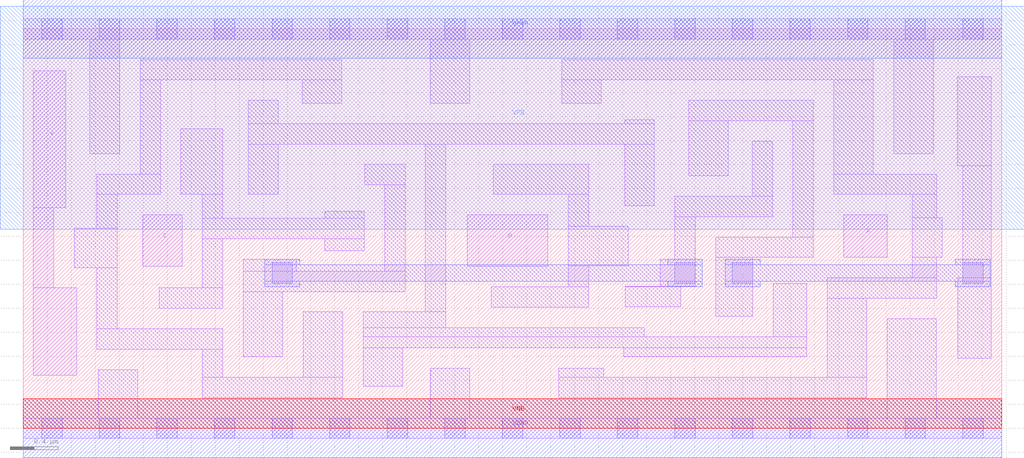
<source format=lef>
# Copyright 2020 The SkyWater PDK Authors
#
# Licensed under the Apache License, Version 2.0 (the "License");
# you may not use this file except in compliance with the License.
# You may obtain a copy of the License at
#
#     https://www.apache.org/licenses/LICENSE-2.0
#
# Unless required by applicable law or agreed to in writing, software
# distributed under the License is distributed on an "AS IS" BASIS,
# WITHOUT WARRANTIES OR CONDITIONS OF ANY KIND, either express or implied.
# See the License for the specific language governing permissions and
# limitations under the License.
#
# SPDX-License-Identifier: Apache-2.0

VERSION 5.7 ;
  NOWIREEXTENSIONATPIN ON ;
  DIVIDERCHAR "/" ;
  BUSBITCHARS "[]" ;
MACRO sky130_fd_sc_ls__xnor3_1
  CLASS CORE ;
  FOREIGN sky130_fd_sc_ls__xnor3_1 ;
  ORIGIN  0.000000  0.000000 ;
  SIZE  8.160000 BY  3.330000 ;
  SYMMETRY X Y ;
  SITE unit ;
  PIN A
    ANTENNAGATEAREA  0.246000 ;
    DIRECTION INPUT ;
    USE SIGNAL ;
    PORT
      LAYER li1 ;
        RECT 6.845000 1.425000 7.205000 1.780000 ;
    END
  END A
  PIN B
    ANTENNAGATEAREA  0.693000 ;
    DIRECTION INPUT ;
    USE SIGNAL ;
    PORT
      LAYER li1 ;
        RECT 3.705000 1.350000 4.375000 1.780000 ;
    END
  END B
  PIN C
    ANTENNAGATEAREA  0.381000 ;
    DIRECTION INPUT ;
    USE SIGNAL ;
    PORT
      LAYER li1 ;
        RECT 0.995000 1.350000 1.325000 1.780000 ;
    END
  END C
  PIN VNB
    PORT
      LAYER pwell ;
        RECT 0.000000 0.000000 8.160000 0.245000 ;
    END
  END VNB
  PIN VPB
    PORT
      LAYER nwell ;
        RECT -0.190000 1.660000 8.350000 3.520000 ;
    END
  END VPB
  PIN X
    ANTENNADIFFAREA  0.530100 ;
    DIRECTION OUTPUT ;
    USE SIGNAL ;
    PORT
      LAYER li1 ;
        RECT 0.085000 0.440000 0.445000 1.170000 ;
        RECT 0.085000 1.170000 0.255000 1.840000 ;
        RECT 0.085000 1.840000 0.355000 2.980000 ;
    END
  END X
  PIN VGND
    DIRECTION INOUT ;
    SHAPE ABUTMENT ;
    USE GROUND ;
    PORT
      LAYER met1 ;
        RECT 0.000000 -0.245000 8.160000 0.245000 ;
    END
  END VGND
  PIN VPWR
    DIRECTION INOUT ;
    SHAPE ABUTMENT ;
    USE POWER ;
    PORT
      LAYER met1 ;
        RECT 0.000000 3.085000 8.160000 3.575000 ;
    END
  END VPWR
  OBS
    LAYER li1 ;
      RECT 0.000000 -0.085000 8.160000 0.085000 ;
      RECT 0.000000  3.245000 8.160000 3.415000 ;
      RECT 0.425000  1.340000 0.785000 1.670000 ;
      RECT 0.555000  2.290000 0.805000 3.245000 ;
      RECT 0.615000  0.660000 1.665000 0.830000 ;
      RECT 0.615000  0.830000 0.785000 1.340000 ;
      RECT 0.615000  1.670000 0.785000 1.950000 ;
      RECT 0.615000  1.950000 1.145000 2.120000 ;
      RECT 0.625000  0.085000 0.955000 0.490000 ;
      RECT 0.975000  2.120000 1.145000 2.905000 ;
      RECT 0.975000  2.905000 2.655000 3.075000 ;
      RECT 1.135000  1.000000 1.665000 1.170000 ;
      RECT 1.315000  1.950000 1.665000 2.500000 ;
      RECT 1.495000  0.255000 2.665000 0.425000 ;
      RECT 1.495000  0.425000 1.665000 0.660000 ;
      RECT 1.495000  1.170000 1.665000 1.580000 ;
      RECT 1.495000  1.580000 2.845000 1.750000 ;
      RECT 1.495000  1.750000 1.665000 1.950000 ;
      RECT 1.835000  0.595000 2.165000 1.140000 ;
      RECT 1.835000  1.140000 3.185000 1.310000 ;
      RECT 1.835000  1.310000 2.275000 1.410000 ;
      RECT 1.875000  1.950000 2.125000 2.370000 ;
      RECT 1.875000  2.370000 5.265000 2.540000 ;
      RECT 1.875000  2.540000 2.125000 2.735000 ;
      RECT 2.325000  2.710000 2.655000 2.905000 ;
      RECT 2.335000  0.425000 2.665000 0.970000 ;
      RECT 2.515000  1.480000 2.845000 1.580000 ;
      RECT 2.515000  1.750000 2.845000 1.810000 ;
      RECT 2.835000  0.350000 3.165000 0.670000 ;
      RECT 2.835000  0.670000 6.535000 0.765000 ;
      RECT 2.835000  0.765000 5.180000 0.840000 ;
      RECT 2.835000  0.840000 3.525000 0.970000 ;
      RECT 2.850000  2.030000 3.185000 2.200000 ;
      RECT 3.015000  1.310000 3.185000 2.030000 ;
      RECT 3.355000  0.970000 3.525000 2.370000 ;
      RECT 3.395000  0.085000 3.725000 0.500000 ;
      RECT 3.395000  2.710000 3.725000 3.245000 ;
      RECT 3.905000  1.010000 4.715000 1.180000 ;
      RECT 3.920000  1.950000 4.715000 2.200000 ;
      RECT 4.465000  0.255000 7.035000 0.425000 ;
      RECT 4.465000  0.425000 4.840000 0.500000 ;
      RECT 4.490000  2.710000 4.820000 2.905000 ;
      RECT 4.490000  2.905000 7.090000 3.075000 ;
      RECT 4.545000  1.180000 4.715000 1.355000 ;
      RECT 4.545000  1.355000 5.045000 1.685000 ;
      RECT 4.545000  1.685000 4.715000 1.950000 ;
      RECT 5.010000  0.595000 6.535000 0.670000 ;
      RECT 5.015000  1.855000 5.265000 2.370000 ;
      RECT 5.015000  2.540000 5.265000 2.575000 ;
      RECT 5.020000  1.015000 5.485000 1.180000 ;
      RECT 5.020000  1.180000 5.605000 1.185000 ;
      RECT 5.315000  1.185000 5.605000 1.410000 ;
      RECT 5.435000  1.410000 5.605000 1.765000 ;
      RECT 5.435000  1.765000 6.250000 1.935000 ;
      RECT 5.550000  2.105000 5.880000 2.565000 ;
      RECT 5.550000  2.565000 6.590000 2.735000 ;
      RECT 5.775000  0.935000 6.085000 1.425000 ;
      RECT 5.775000  1.425000 6.590000 1.595000 ;
      RECT 6.080000  1.935000 6.250000 2.395000 ;
      RECT 6.255000  0.765000 6.535000 1.210000 ;
      RECT 6.420000  1.595000 6.590000 2.565000 ;
      RECT 6.705000  0.425000 7.035000 1.085000 ;
      RECT 6.705000  1.085000 7.620000 1.255000 ;
      RECT 6.760000  1.950000 7.620000 2.120000 ;
      RECT 6.760000  2.120000 7.090000 2.905000 ;
      RECT 7.205000  0.085000 7.615000 0.915000 ;
      RECT 7.260000  2.290000 7.590000 3.245000 ;
      RECT 7.415000  1.255000 7.620000 1.425000 ;
      RECT 7.415000  1.425000 7.665000 1.755000 ;
      RECT 7.415000  1.755000 7.620000 1.950000 ;
      RECT 7.790000  2.190000 8.075000 2.930000 ;
      RECT 7.795000  0.585000 8.075000 1.255000 ;
      RECT 7.835000  1.255000 8.075000 2.190000 ;
    LAYER mcon ;
      RECT 0.155000 -0.085000 0.325000 0.085000 ;
      RECT 0.155000  3.245000 0.325000 3.415000 ;
      RECT 0.635000 -0.085000 0.805000 0.085000 ;
      RECT 0.635000  3.245000 0.805000 3.415000 ;
      RECT 1.115000 -0.085000 1.285000 0.085000 ;
      RECT 1.115000  3.245000 1.285000 3.415000 ;
      RECT 1.595000 -0.085000 1.765000 0.085000 ;
      RECT 1.595000  3.245000 1.765000 3.415000 ;
      RECT 2.075000 -0.085000 2.245000 0.085000 ;
      RECT 2.075000  1.210000 2.245000 1.380000 ;
      RECT 2.075000  3.245000 2.245000 3.415000 ;
      RECT 2.555000 -0.085000 2.725000 0.085000 ;
      RECT 2.555000  3.245000 2.725000 3.415000 ;
      RECT 3.035000 -0.085000 3.205000 0.085000 ;
      RECT 3.035000  3.245000 3.205000 3.415000 ;
      RECT 3.515000 -0.085000 3.685000 0.085000 ;
      RECT 3.515000  3.245000 3.685000 3.415000 ;
      RECT 3.995000 -0.085000 4.165000 0.085000 ;
      RECT 3.995000  3.245000 4.165000 3.415000 ;
      RECT 4.475000 -0.085000 4.645000 0.085000 ;
      RECT 4.475000  3.245000 4.645000 3.415000 ;
      RECT 4.955000 -0.085000 5.125000 0.085000 ;
      RECT 4.955000  3.245000 5.125000 3.415000 ;
      RECT 5.435000 -0.085000 5.605000 0.085000 ;
      RECT 5.435000  1.210000 5.605000 1.380000 ;
      RECT 5.435000  3.245000 5.605000 3.415000 ;
      RECT 5.915000 -0.085000 6.085000 0.085000 ;
      RECT 5.915000  1.210000 6.085000 1.380000 ;
      RECT 5.915000  3.245000 6.085000 3.415000 ;
      RECT 6.395000 -0.085000 6.565000 0.085000 ;
      RECT 6.395000  3.245000 6.565000 3.415000 ;
      RECT 6.875000 -0.085000 7.045000 0.085000 ;
      RECT 6.875000  3.245000 7.045000 3.415000 ;
      RECT 7.355000 -0.085000 7.525000 0.085000 ;
      RECT 7.355000  3.245000 7.525000 3.415000 ;
      RECT 7.835000 -0.085000 8.005000 0.085000 ;
      RECT 7.835000  1.210000 8.005000 1.380000 ;
      RECT 7.835000  3.245000 8.005000 3.415000 ;
    LAYER met1 ;
      RECT 2.015000 1.180000 2.305000 1.225000 ;
      RECT 2.015000 1.225000 5.665000 1.365000 ;
      RECT 2.015000 1.365000 2.305000 1.410000 ;
      RECT 5.375000 1.180000 5.665000 1.225000 ;
      RECT 5.375000 1.365000 5.665000 1.410000 ;
      RECT 5.855000 1.180000 6.145000 1.225000 ;
      RECT 5.855000 1.225000 8.065000 1.365000 ;
      RECT 5.855000 1.365000 6.145000 1.410000 ;
      RECT 7.775000 1.180000 8.065000 1.225000 ;
      RECT 7.775000 1.365000 8.065000 1.410000 ;
  END
END sky130_fd_sc_ls__xnor3_1
END LIBRARY

</source>
